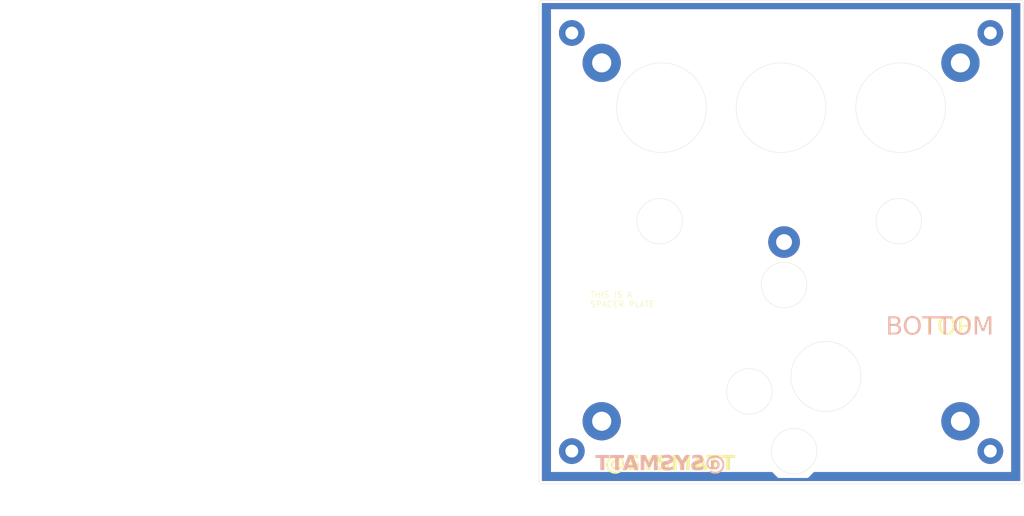
<source format=kicad_pcb>
(kicad_pcb (version 20221018) (generator pcbnew)
  (layers (0 "F.Cu" signal) (31 "B.Cu" signal) (34 "B.Paste" user) (35 "F.Paste" user) (36 "B.SilkS" user "B.Silkscreen") (37 "F.SilkS" user "F.Silkscreen") (38 "B.Mask" user) (39 "F.Mask" user) (44 "Edge.Cuts" user))
  (net 0 "")
  (net 1 "GND")
  (footprint "MountingHole:MountingHole_6.4mm_M6_Pad" (layer "F.Cu") (at 160 40)
    (fp_text reference "REF**" hide)
    (fp_text value "MountingHole_6.4mm_M6_Pad")
    (pad "1" thru_hole circle (at 0 0) (size 12.8 12.8) (drill 6.4) (layers "*.Cu" "*.Mask"))
  )
  (footprint "MountingHole:MountingHole_6.4mm_M6_Pad" (layer "F.Cu") (at 40 40)
    (fp_text reference "REF**" hide)
    (fp_text value "MountingHole_6.4mm_M6_Pad")
    (pad "1" thru_hole circle (at 0 0) (size 12.8 12.8) (drill 6.4) (layers "*.Cu" "*.Mask"))
  )
  (footprint "MountingHole:MountingHole_4.3mm_M4_Pad" (layer "F.Cu") (at 170 170)
    (fp_text reference "REF**" hide)
    (fp_text value "MountingHole_4.3mm_M4_Pad")
    (pad "1" thru_hole circle (at 0 0) (size 8.6 8.6) (drill 4.3) (layers "*.Cu" "*.Mask"))
  )
  (footprint "MountingHole:MountingHole_4.3mm_M4_Pad" (layer "F.Cu") (at 170 30)
    (fp_text reference "REF**" hide)
    (fp_text value "MountingHole_4.3mm_M4_Pad")
    (pad "1" thru_hole circle (at 0 0) (size 8.6 8.6) (drill 4.3) (layers "*.Cu" "*.Mask"))
  )
  (footprint "MountingHole:MountingHole_5.3mm_M5_Pad" (layer "F.Cu") (at 101 100)
    (fp_text reference "REF**" hide)
    (fp_text value "MountingHole_5.3mm_M5_Pad")
    (pad "1" thru_hole circle (at 0 0) (size 10.6 10.6) (drill 5.3) (layers "*.Cu" "*.Mask"))
  )
  (footprint "MountingHole:MountingHole_6.4mm_M6_Pad" (layer "F.Cu") (at 160 160)
    (fp_text reference "REF**" hide)
    (fp_text value "MountingHole_6.4mm_M6_Pad")
    (pad "1" thru_hole circle (at 0 0) (size 12.8 12.8) (drill 6.4) (layers "*.Cu" "*.Mask"))
  )
  (footprint "MountingHole:MountingHole_4.3mm_M4_Pad" (layer "F.Cu") (at 30 170)
    (fp_text reference "REF**" hide)
    (fp_text value "MountingHole_4.3mm_M4_Pad")
    (pad "1" thru_hole circle (at 0 0) (size 8.6 8.6) (drill 4.3) (layers "*.Cu" "*.Mask"))
  )
  (footprint "MountingHole:MountingHole_4.3mm_M4_Pad" (layer "F.Cu") (at 30 30)
    (fp_text reference "REF**" hide)
    (fp_text value "MountingHole_4.3mm_M4_Pad")
    (pad "1" thru_hole circle (at 0 0) (size 8.6 8.6) (drill 4.3) (layers "*.Cu" "*.Mask"))
  )
  (footprint "MountingHole:MountingHole_6.4mm_M6_Pad" (layer "F.Cu") (at 40 160)
    (fp_text reference "REF**" hide)
    (fp_text value "MountingHole_6.4mm_M6_Pad")
    (pad "1" thru_hole circle (at 0 0) (size 12.8 12.8) (drill 6.4) (layers "*.Cu" "*.Mask"))
  )
  (gr_arc (start 19 20) (mid 19.292893 19.292893) (end 20 19) (stroke (width 0.1)) (layer "Edge.Cuts"))
  (gr_line (start 20 181) (end 180 181) (stroke (width 0.1)) (layer "Edge.Cuts"))
  (gr_arc (start 20 181) (mid 19.292893 180.707107) (end 19 180) (stroke (width 0.1)) (layer "Edge.Cuts"))
  (gr_line (start 181 180) (end 181 20) (stroke (width 0.1)) (layer "Edge.Cuts"))
  (gr_circle (center 139.384227 93) (end 146.384227 96) (stroke (width 0.1)) (fill none) (layer "Edge.Cuts"))
  (gr_circle (center 89.384227 150) (end 96.384227 153) (stroke (width 0.1)) (fill none) (layer "Edge.Cuts"))
  (gr_circle (center 60 55) (end 75 55) (stroke (width 0.1)) (fill none) (layer "Edge.Cuts"))
  (gr_circle (center 140 55) (end 155 55) (stroke (width 0.1)) (fill none) (layer "Edge.Cuts"))
  (gr_circle (center 104.384227 170) (end 111.384227 173) (stroke (width 0.1)) (fill none) (layer "Edge.Cuts"))
  (gr_arc (start 180 19) (mid 180.707107 19.292893) (end 181 20) (stroke (width 0.1)) (layer "Edge.Cuts"))
  (gr_arc (start 181 180) (mid 180.707107 180.707107) (end 180 181) (stroke (width 0.1)) (layer "Edge.Cuts"))
  (gr_line (start 180 19) (end 20 19) (stroke (width 0.1)) (layer "Edge.Cuts"))
  (gr_circle (center 101 114.384227) (end 108 117.384227) (stroke (width 0.1)) (fill none) (layer "Edge.Cuts"))
  (gr_circle (center 115 145) (end 126 141) (stroke (width 0.1)) (fill none) (layer "Edge.Cuts"))
  (gr_line (start 19 20) (end 19 180) (stroke (width 0.1)) (layer "Edge.Cuts"))
  (gr_circle (center 59.384227 93) (end 66.384227 96) (stroke (width 0.1)) (fill none) (layer "Edge.Cuts"))
  (gr_circle (center 100 55) (end 115 55) (stroke (width 0.1)) (fill none) (layer "Edge.Cuts"))
  (gr_text "BOTTOM" (at 135 132) (layer "B.SilkS") (effects (font (size 6 6)) (justify left bottom)))
  (gr_text "@SYSMATT" (at 81.5 177.25) (layer "B.SilkS") (effects (font (size 5 5) (thickness 1) bold) (justify left bottom mirror)))
  (gr_text "@SYSMATT" (at 41 177.25) (layer "F.SilkS") (effects (font (size 5 5) (thickness 1) bold) (justify left bottom)))
  (gr_text "TOP" (at 147 132) (layer "F.SilkS") (effects (font (size 6 6)) (justify left bottom)))
  (gr_text "THIS IS A\nSPACER PLATE" (at 36 122) (layer "F.SilkS") (effects (font (size 2 2)) (justify left bottom)))
  (zone (net 1) (net_name "GND") (layers "F&B.Cu") (connect_pads (clearance 0.5)) (min_thickness 0.25) (fill yes (thermal_gap 0.5) (thermal_bridge_width 0.5))
    (polygon (pts (xy 20 20) (xy 180 20) (xy 180 180) (xy 20 180)))
  )
  (zone (net 0) (net_name "") (layers "F&B.Cu") (name "Keepout border") (connect_pads (clearance 0)) (min_thickness 0.25)
    (keepout (tracks not_allowed) (vias not_allowed) (pads not_allowed) (copperpour not_allowed) (footprints allowed))
    (fill (thermal_gap 0.5) (thermal_bridge_width 0.5))
    (polygon (pts (xy 177 22) (xy 177 177) (xy 111 177) (xy 109 179) (xy 99 179) (xy 97 177) (xy 23 177) (xy 23 22)))
  )
)
</source>
